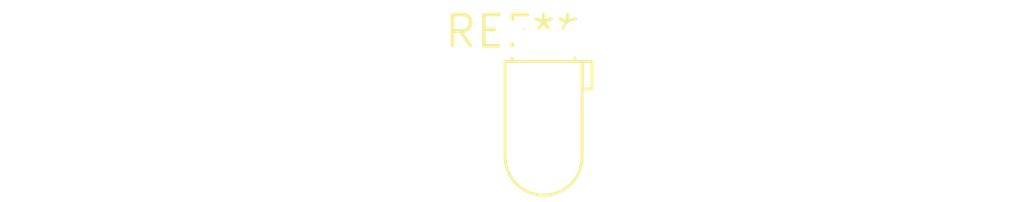
<source format=kicad_pcb>
(kicad_pcb (version 20240108) (generator pcbnew)
  (layers (0 "F.Cu" signal) (31 "B.Cu" signal) (34 "B.Paste" user) (35 "F.Paste" user) (36 "B.SilkS" user "B.Silkscreen") (37 "F.SilkS" user "F.Silkscreen") (38 "B.Mask" user) (39 "F.Mask" user) (44 "Edge.Cuts" user))
  (net 0 "")
  (footprint "LED_D3.0mm_Horizontal_O1.27mm_Z6.0mm" (layer "F.Cu") (at 0 0)
    (property "Reference" "REF**")
    (property "Value" "LED_D3.0mm_Horizontal_O1.27mm_Z6.0mm")
    (fp_line (start -0.29 1.21) (end -0.29 5.07) (layer "F.SilkS") (stroke (width 0.12)))
    (fp_line (start -0.29 1.21) (end 2.83 1.21) (layer "F.SilkS") (stroke (width 0.12)))
    (fp_line (start 0 1.08) (end 0 1.08) (layer "F.SilkS") (stroke (width 0.12)))
    (fp_line (start 0 1.08) (end 0 1.21) (layer "F.SilkS") (stroke (width 0.12)))
    (fp_line (start 0 1.21) (end 0 1.08) (layer "F.SilkS") (stroke (width 0.12)))
    (fp_line (start 0 1.21) (end 0 1.21) (layer "F.SilkS") (stroke (width 0.12)))
    (fp_line (start 2.54 1.08) (end 2.54 1.08) (layer "F.SilkS") (stroke (width 0.12)))
    (fp_line (start 2.54 1.08) (end 2.54 1.21) (layer "F.SilkS") (stroke (width 0.12)))
    (fp_line (start 2.54 1.21) (end 2.54 1.08) (layer "F.SilkS") (stroke (width 0.12)))
    (fp_line (start 2.54 1.21) (end 2.54 1.21) (layer "F.SilkS") (stroke (width 0.12)))
    (fp_line (start 2.83 1.21) (end 2.83 5.07) (layer "F.SilkS") (stroke (width 0.12)))
    (fp_line (start 2.83 1.21) (end 3.23 1.21) (layer "F.SilkS") (stroke (width 0.12)))
    (fp_line (start 2.83 2.33) (end 2.83 1.21) (layer "F.SilkS") (stroke (width 0.12)))
    (fp_line (start 3.23 1.21) (end 3.23 2.33) (layer "F.SilkS") (stroke (width 0.12)))
    (fp_line (start 3.23 2.33) (end 2.83 2.33) (layer "F.SilkS") (stroke (width 0.12)))
    (fp_arc (start 2.83 5.07) (mid 1.27 6.63) (end -0.29 5.07) (layer "F.SilkS") (stroke (width 0.12)))
    (pad "1" thru_hole rect (at 0 0) (size 1.8 1.8) (drill 0.9) (layers *.Cu *.Mask) (remove_unused_layers))
    (pad "2" thru_hole circle (at 2.54 0) (size 1.8 1.8) (drill 0.9) (layers *.Cu *.Mask) (remove_unused_layers))
  )
)
</source>
